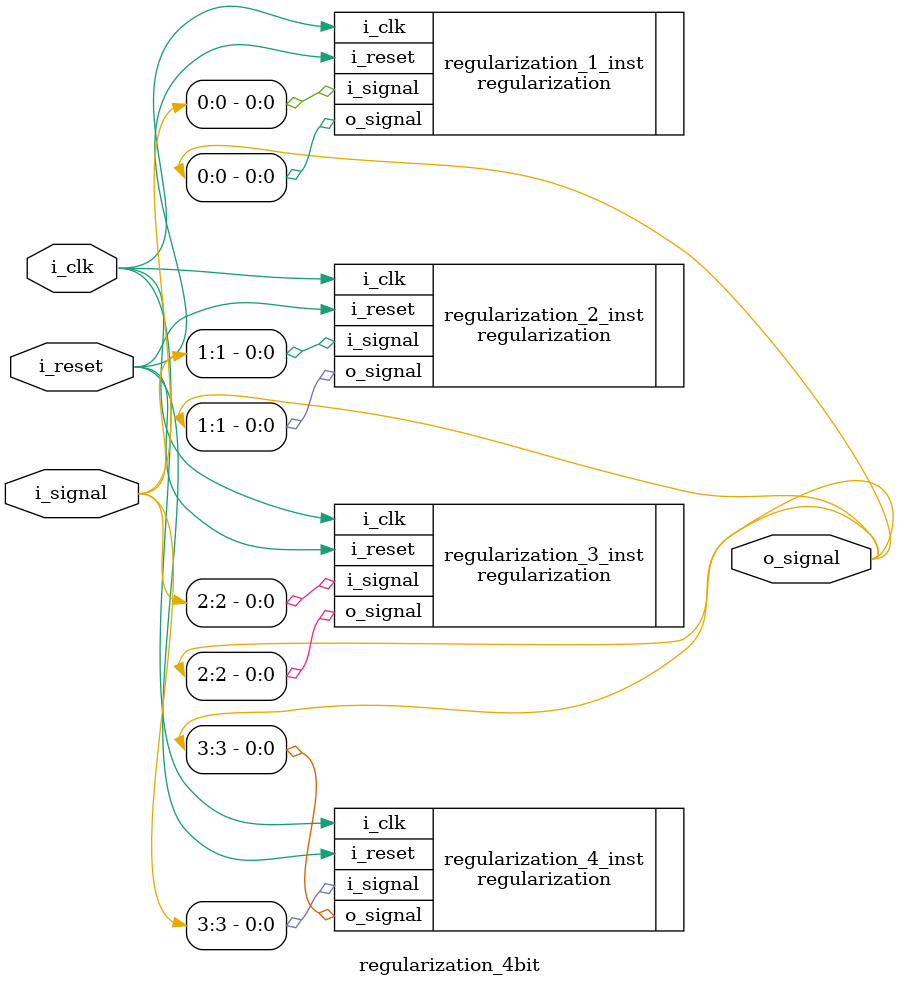
<source format=v>

module regularization_4bit #(
   parameter DEBOUNCE_TIME = 2,
   parameter DELAY = 20
)(
   output [3:0] o_signal,
   input  i_clk,
   input  i_reset,
   input  [3:0] i_signal
);

regularization #(
   .DEBOUNCE_TIME(DEBOUNCE_TIME), 
   .DELAY(DELAY)
) regularization_1_inst (
   .o_signal( o_signal[0] ),
   .i_clk(i_clk),
   .i_reset(i_reset),
   .i_signal( i_signal[0] )
);

regularization #(
   .DEBOUNCE_TIME(DEBOUNCE_TIME), 
   .DELAY(DELAY)
) regularization_2_inst (
   .o_signal( o_signal[1] ),
   .i_clk(i_clk),
   .i_reset(i_reset),
   .i_signal( i_signal[1] )
);

regularization #(
   .DEBOUNCE_TIME(DEBOUNCE_TIME), 
   .DELAY(DELAY)
) regularization_3_inst (
   .o_signal( o_signal[2] ),
   .i_clk(i_clk),
   .i_reset(i_reset),
   .i_signal( i_signal[2] )
);

regularization #(
   .DEBOUNCE_TIME(DEBOUNCE_TIME), 
   .DELAY(DELAY)
) regularization_4_inst (
   .o_signal( o_signal[3] ),
   .i_clk(i_clk),
   .i_reset(i_reset),
   .i_signal( i_signal[3] )
);




endmodule
</source>
